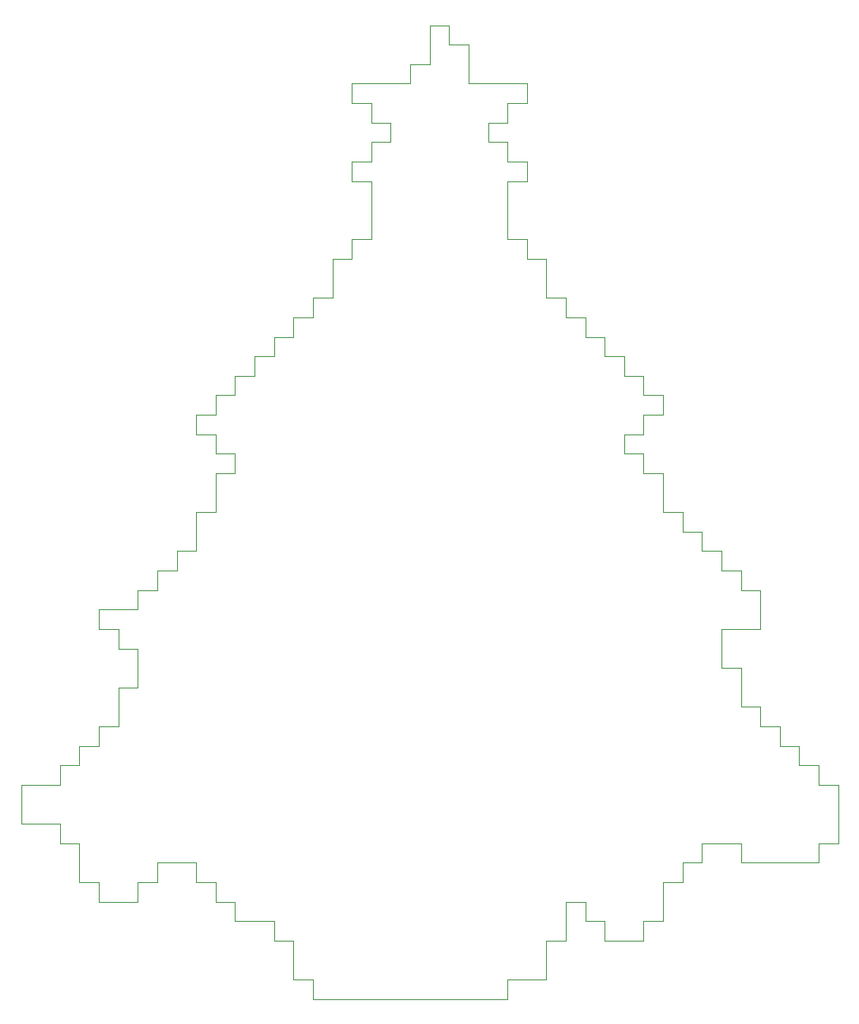
<source format=gm1>
G04 Layer_Color=16711935*
%FSLAX24Y24*%
%MOIN*%
G70*
G01*
G75*
%ADD42C,0.0049*%
D42*
X-21260Y0D02*
Y787D01*
X-22047D02*
X-21260D01*
X-22047D02*
Y2362D01*
X-22835D02*
X-22047D01*
X-22835D02*
Y3150D01*
X-24409D02*
X-22835D01*
X-24409D02*
Y3937D01*
X-25197D02*
X-24409D01*
X-25197D02*
Y4724D01*
X-25984D02*
X-25197D01*
X-25984D02*
Y5512D01*
X-27559D02*
X-25984D01*
X-27559Y4724D02*
Y5512D01*
X-28346Y4724D02*
X-27559D01*
X-28346Y3937D02*
Y4724D01*
X-29921Y3937D02*
X-28346D01*
X-29921D02*
Y4724D01*
X-30709D02*
X-29921D01*
X-30709D02*
Y6299D01*
X-31496D02*
X-30709D01*
X-31496D02*
Y7087D01*
X-33071D02*
X-31496D01*
X-33071D02*
Y8661D01*
X-31496D01*
Y9449D01*
X-30709D01*
Y10236D01*
X-29921D01*
Y11024D01*
X-29134D01*
Y12598D01*
X-28346D01*
Y14173D01*
X-29134D02*
X-28346D01*
X-29134D02*
Y14961D01*
X-29921D02*
X-29134D01*
X-29921D02*
Y15748D01*
X-28346D01*
Y16535D01*
X-27559D01*
Y17323D01*
X-26772D01*
Y18110D01*
X-25984D01*
Y19685D01*
X-25197D01*
Y21260D01*
X-24409D01*
Y22047D01*
X-25197D02*
X-24409D01*
X-25197D02*
Y22835D01*
X-25984D02*
X-25197D01*
X-25984D02*
Y23622D01*
X-25197D01*
Y24409D01*
X-24409D01*
Y25197D01*
X-23622D01*
Y25984D01*
X-22835D01*
Y26772D01*
X-22047D01*
Y27559D01*
X-21260D01*
Y28346D01*
X-20472D01*
Y29921D01*
X-19685D01*
Y30709D01*
X-18898D01*
Y33071D01*
X-19685D02*
X-18898D01*
X-19685D02*
Y33858D01*
X-18898D01*
Y34646D01*
X-18110D01*
Y35433D01*
X-18898D02*
X-18110D01*
X-18898D02*
Y36220D01*
X-19685D02*
X-18898D01*
X-19685D02*
Y37008D01*
X-17323D01*
Y37795D01*
X-16535D01*
Y39370D01*
X-15748D01*
Y38583D02*
Y39370D01*
Y38583D02*
X-14961D01*
Y37008D02*
Y38583D01*
Y37008D02*
X-12598D01*
Y36220D02*
Y37008D01*
X-13386Y36220D02*
X-12598D01*
X-13386Y35433D02*
Y36220D01*
X-14173Y35433D02*
X-13386D01*
X-14173Y34646D02*
Y35433D01*
Y34646D02*
X-13386D01*
Y33858D02*
Y34646D01*
Y33858D02*
X-12598D01*
Y33071D02*
Y33858D01*
X-13386Y33071D02*
X-12598D01*
X-13386Y32283D02*
Y33071D01*
Y30709D02*
Y32283D01*
Y30709D02*
X-12598D01*
Y29921D02*
Y30709D01*
Y29921D02*
X-11811D01*
Y28346D02*
Y29921D01*
Y28346D02*
X-11024D01*
Y27559D02*
Y28346D01*
Y27559D02*
X-10236D01*
Y26772D02*
Y27559D01*
Y26772D02*
X-9449D01*
Y25984D02*
Y26772D01*
Y25984D02*
X-8661D01*
Y25197D02*
Y25984D01*
Y25197D02*
X-7874D01*
Y24409D02*
Y25197D01*
Y24409D02*
X-7087D01*
Y23622D02*
Y24409D01*
X-7874Y23622D02*
X-7087D01*
X-7874Y22835D02*
Y23622D01*
X-8661Y22835D02*
X-7874D01*
X-8661Y22047D02*
Y22835D01*
Y22047D02*
X-7874D01*
Y21260D02*
Y22047D01*
Y21260D02*
X-7087D01*
Y19685D02*
Y21260D01*
Y19685D02*
X-6299D01*
Y18898D02*
Y19685D01*
Y18898D02*
X-5512D01*
Y18110D02*
Y18898D01*
Y18110D02*
X-4724D01*
Y17323D02*
Y18110D01*
Y17323D02*
X-3937D01*
Y16535D02*
Y17323D01*
Y16535D02*
X-3150D01*
Y14961D02*
Y16535D01*
X-4724Y14961D02*
X-3150D01*
X-4724Y13386D02*
Y14961D01*
Y13386D02*
X-3937D01*
Y11811D02*
Y13386D01*
Y11811D02*
X-3150D01*
Y11024D02*
Y11811D01*
Y11024D02*
X-2362D01*
Y10236D02*
Y11024D01*
Y10236D02*
X-1575D01*
Y9449D02*
Y10236D01*
Y9449D02*
X-787D01*
Y8661D02*
Y9449D01*
Y8661D02*
X0D01*
Y6299D02*
Y8661D01*
X-787Y6299D02*
X0D01*
X-787Y5512D02*
Y6299D01*
X-3937Y5512D02*
X-787D01*
X-3937D02*
Y6299D01*
X-5512D02*
X-3937D01*
X-5512Y5512D02*
Y6299D01*
X-6299Y5512D02*
X-5512D01*
X-6299Y4724D02*
Y5512D01*
X-7087Y4724D02*
X-6299D01*
X-7087Y3150D02*
Y4724D01*
X-7874Y3150D02*
X-7087D01*
X-7874Y2362D02*
Y3150D01*
X-9449Y2362D02*
X-7874D01*
X-9449D02*
Y3150D01*
X-10236D02*
X-9449D01*
X-10236D02*
Y3937D01*
X-11024D02*
X-10236D01*
X-11024Y2362D02*
Y3937D01*
X-11811Y2362D02*
X-11024D01*
X-11811Y787D02*
Y2362D01*
X-13386Y787D02*
X-11811D01*
X-13386Y0D02*
Y787D01*
X-21260Y0D02*
X-13386D01*
X-21260D02*
Y787D01*
X-22047D02*
X-21260D01*
X-22047D02*
Y2362D01*
X-22835D02*
X-22047D01*
X-22835D02*
Y3150D01*
X-24409D02*
X-22835D01*
X-24409D02*
Y3937D01*
X-25197D02*
X-24409D01*
X-25197D02*
Y4724D01*
X-25984D02*
X-25197D01*
X-25984D02*
Y5512D01*
X-27559D02*
X-25984D01*
X-27559Y4724D02*
Y5512D01*
X-28346Y4724D02*
X-27559D01*
X-28346Y3937D02*
Y4724D01*
X-29921Y3937D02*
X-28346D01*
X-29921D02*
Y4724D01*
X-30709D02*
X-29921D01*
X-30709D02*
Y6299D01*
X-31496D02*
X-30709D01*
X-31496D02*
Y7087D01*
X-33071D02*
X-31496D01*
X-33071D02*
Y8661D01*
X-31496D01*
Y9449D01*
X-30709D01*
Y10236D01*
X-29921D01*
Y11024D01*
X-29134D01*
Y12598D01*
X-28346D01*
Y14173D01*
X-29134D02*
X-28346D01*
X-29134D02*
Y14961D01*
X-29921D02*
X-29134D01*
X-29921D02*
Y15748D01*
X-28346D01*
Y16535D01*
X-27559D01*
Y17323D01*
X-26772D01*
Y18110D01*
X-25984D01*
Y19685D01*
X-25197D01*
Y21260D01*
X-24409D01*
Y22047D01*
X-25197D02*
X-24409D01*
X-25197D02*
Y22835D01*
X-25984D02*
X-25197D01*
X-25984D02*
Y23622D01*
X-25197D01*
Y24409D01*
X-24409D01*
Y25197D01*
X-23622D01*
Y25984D01*
X-22835D01*
Y26772D01*
X-22047D01*
Y27559D01*
X-21260D01*
Y28346D01*
X-20472D01*
Y29921D01*
X-19685D01*
Y30709D01*
X-18898D01*
Y33071D01*
X-19685D02*
X-18898D01*
X-19685D02*
Y33858D01*
X-18898D01*
Y34646D01*
X-18110D01*
Y35433D01*
X-18898D02*
X-18110D01*
X-18898D02*
Y36220D01*
X-19685D02*
X-18898D01*
X-19685D02*
Y37008D01*
X-17323D01*
Y37795D01*
X-16535D01*
Y39370D01*
X-15748D01*
Y38583D02*
Y39370D01*
Y38583D02*
X-14961D01*
Y37008D02*
Y38583D01*
Y37008D02*
X-12598D01*
Y36220D02*
Y37008D01*
X-13386Y36220D02*
X-12598D01*
X-13386Y35433D02*
Y36220D01*
X-14173Y35433D02*
X-13386D01*
X-14173Y34646D02*
Y35433D01*
Y34646D02*
X-13386D01*
Y33858D02*
Y34646D01*
Y33858D02*
X-12598D01*
Y33071D02*
Y33858D01*
X-13386Y33071D02*
X-12598D01*
X-13386Y32283D02*
Y33071D01*
Y30709D02*
Y32283D01*
Y30709D02*
X-12598D01*
Y29921D02*
Y30709D01*
Y29921D02*
X-11811D01*
Y28346D02*
Y29921D01*
Y28346D02*
X-11024D01*
Y27559D02*
Y28346D01*
Y27559D02*
X-10236D01*
Y26772D02*
Y27559D01*
Y26772D02*
X-9449D01*
Y25984D02*
Y26772D01*
Y25984D02*
X-8661D01*
Y25197D02*
Y25984D01*
Y25197D02*
X-7874D01*
Y24409D02*
Y25197D01*
Y24409D02*
X-7087D01*
Y23622D02*
Y24409D01*
X-7874Y23622D02*
X-7087D01*
X-7874Y22835D02*
Y23622D01*
X-8661Y22835D02*
X-7874D01*
X-8661Y22047D02*
Y22835D01*
Y22047D02*
X-7874D01*
Y21260D02*
Y22047D01*
Y21260D02*
X-7087D01*
Y19685D02*
Y21260D01*
Y19685D02*
X-6299D01*
Y18898D02*
Y19685D01*
Y18898D02*
X-5512D01*
Y18110D02*
Y18898D01*
Y18110D02*
X-4724D01*
Y17323D02*
Y18110D01*
Y17323D02*
X-3937D01*
Y16535D02*
Y17323D01*
Y16535D02*
X-3150D01*
Y14961D02*
Y16535D01*
X-4724Y14961D02*
X-3150D01*
X-4724Y13386D02*
Y14961D01*
Y13386D02*
X-3937D01*
Y11811D02*
Y13386D01*
Y11811D02*
X-3150D01*
Y11024D02*
Y11811D01*
Y11024D02*
X-2362D01*
Y10236D02*
Y11024D01*
Y10236D02*
X-1575D01*
Y9449D02*
Y10236D01*
Y9449D02*
X-787D01*
Y8661D02*
Y9449D01*
Y8661D02*
X0D01*
Y6299D02*
Y8661D01*
X-787Y6299D02*
X0D01*
X-787Y5512D02*
Y6299D01*
X-3937Y5512D02*
X-787D01*
X-3937D02*
Y6299D01*
X-5512D02*
X-3937D01*
X-5512Y5512D02*
Y6299D01*
X-6299Y5512D02*
X-5512D01*
X-6299Y4724D02*
Y5512D01*
X-7087Y4724D02*
X-6299D01*
X-7087Y3150D02*
Y4724D01*
X-7874Y3150D02*
X-7087D01*
X-7874Y2362D02*
Y3150D01*
X-9449Y2362D02*
X-7874D01*
X-9449D02*
Y3150D01*
X-10236D02*
X-9449D01*
X-10236D02*
Y3937D01*
X-11024D02*
X-10236D01*
X-11024Y2362D02*
Y3937D01*
X-11811Y2362D02*
X-11024D01*
X-11811Y787D02*
Y2362D01*
X-13386Y787D02*
X-11811D01*
X-13386Y0D02*
Y787D01*
X-21260Y0D02*
X-13386D01*
M02*

</source>
